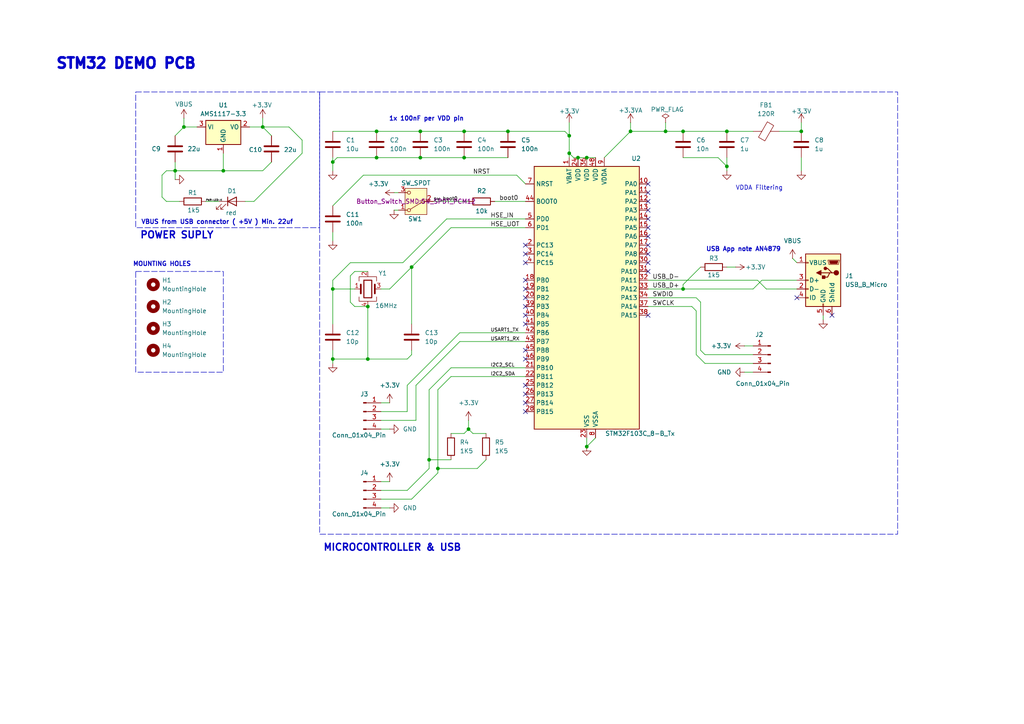
<source format=kicad_sch>
(kicad_sch (version 20250114) (generator "eeschema") (generator_version "9.99")
  (paper "A4")
  (title_block (title "STM32 Bemo PCB Schema") (date "2025-07-24") (rev "0.1") (company "AtlasE.G") (comment 1 "Done fully with tutorial"))
  (lib_symbols
    (symbol "Connector:Conn_01x04_Pin" (pin_names (offset 1.016) (hide yes))
      (property "Reference" "J" (at 0 5.08 0))
      (property "Value" "Conn_01x04_Pin" (at 0 -7.62 0))
      (symbol "Conn_01x04_Pin_1_1"
        (rectangle (start 0.8636 2.667) (end 0 2.413) (stroke (width 0.1524)) (fill (type outline)))
        (rectangle (start 0.8636 0.127) (end 0 -0.127) (stroke (width 0.1524)) (fill (type outline)))
        (rectangle (start 0.8636 -2.413) (end 0 -2.667) (stroke (width 0.1524)) (fill (type outline)))
        (rectangle (start 0.8636 -4.953) (end 0 -5.207) (stroke (width 0.1524)) (fill (type outline)))
        (polyline (pts (xy 1.27 2.54) (xy 0.8636 2.54)) (stroke (width 0.1524)))
        (polyline (pts (xy 1.27 0) (xy 0.8636 0)) (stroke (width 0.1524)))
        (polyline (pts (xy 1.27 -2.54) (xy 0.8636 -2.54)) (stroke (width 0.1524)))
        (polyline (pts (xy 1.27 -5.08) (xy 0.8636 -5.08)) (stroke (width 0.1524)))
        (pin passive line (at 5.08 2.54 180) (length 3.81) (name "Pin_1") (number "1"))
        (pin passive line (at 5.08 0 180) (length 3.81) (name "Pin_2") (number "2"))
        (pin passive line (at 5.08 -2.54 180) (length 3.81) (name "Pin_3") (number "3"))
        (pin passive line (at 5.08 -5.08 180) (length 3.81) (name "Pin_4") (number "4"))
      )
    )
    (symbol "Connector:USB_B_Micro" (pin_names (offset 1.016))
      (property "Reference" "J" (at -5.08 11.43 0))
      (property "Value" "USB_B_Micro" (at -5.08 8.89 0))
      (symbol "USB_B_Micro_0_1"
        (rectangle (start -5.08 -7.62) (end 5.08 7.62) (stroke (width 0.254)) (fill (type background)))
        (polyline (pts (xy -4.699 5.842) (xy -4.699 5.588) (xy -4.445 4.826) (xy -4.445 4.572) (xy -1.651 4.572) (xy -1.651 4.826) (xy -1.397 5.588) (xy -1.397 5.842) (xy -4.699 5.842)))
        (polyline (pts (xy -4.318 5.588) (xy -1.778 5.588) (xy -2.032 4.826) (xy -4.064 4.826) (xy -4.318 5.588)) (fill (type outline)))
        (circle (center -3.81 2.159) (radius 0.635) (stroke (width 0.254)) (fill (type outline)))
        (polyline (pts (xy -3.175 2.159) (xy -2.54 2.159) (xy -1.27 3.429) (xy -0.635 3.429)) (stroke (width 0.254)))
        (polyline (pts (xy -2.54 2.159) (xy -1.905 2.159) (xy -1.27 0.889) (xy 0 0.889)) (stroke (width 0.254)))
        (polyline (pts (xy -1.905 2.159) (xy 0.635 2.159)) (stroke (width 0.254)))
        (circle (center -0.635 3.429) (radius 0.381) (stroke (width 0.254)) (fill (type outline)))
        (rectangle (start -0.127 -7.62) (end 0.127 -6.858))
        (rectangle (start 0.254 1.27) (end -0.508 0.508) (stroke (width 0.254)) (fill (type outline)))
        (polyline (pts (xy 0.635 2.794) (xy 0.635 1.524) (xy 1.905 2.159) (xy 0.635 2.794)) (stroke (width 0.254)) (fill (type outline)))
        (rectangle (start 5.08 4.953) (end 4.318 5.207))
        (rectangle (start 5.08 -0.127) (end 4.318 0.127))
        (rectangle (start 5.08 -2.667) (end 4.318 -2.413))
        (rectangle (start 5.08 -5.207) (end 4.318 -4.953))
      )
      (symbol "USB_B_Micro_1_1"
        (pin passive line (at -2.54 -10.16 90) (length 2.54) (name "Shield") (number "6"))
        (pin power_out line (at 0 -10.16 90) (length 2.54) (name "GND") (number "5"))
        (pin power_out line (at 7.62 5.08 180) (length 2.54) (name "VBUS") (number "1"))
        (pin bidirectional line (at 7.62 0 180) (length 2.54) (name "D+") (number "3"))
        (pin bidirectional line (at 7.62 -2.54 180) (length 2.54) (name "D-") (number "2"))
        (pin passive line (at 7.62 -5.08 180) (length 2.54) (name "ID") (number "4"))
      )
    )
    (symbol "Device:C" (pin_numbers (hide yes)) (pin_names (offset 0.254))
      (property "Reference" "C" (at 0.635 2.54 0))
      (property "Value" "C" (at 0.635 -2.54 0))
      (symbol "C_0_1"
        (polyline (pts (xy -2.032 0.762) (xy 2.032 0.762)) (stroke (width 0.508)))
        (polyline (pts (xy -2.032 -0.762) (xy 2.032 -0.762)) (stroke (width 0.508)))
      )
      (symbol "C_1_1"
        (pin passive line (at 0 3.81 270) (length 2.794) (name "~") (number "1"))
        (pin passive line (at 0 -3.81 90) (length 2.794) (name "~") (number "2"))
      )
    )
    (symbol "Device:Crystal_GND24" (pin_names (offset 1.016) (hide yes))
      (property "Reference" "Y" (at 3.175 5.08 0))
      (property "Value" "Crystal_GND24" (at 3.175 3.175 0))
      (symbol "Crystal_GND24_0_1"
        (polyline (pts (xy -2.54 2.286) (xy -2.54 3.556) (xy 2.54 3.556) (xy 2.54 2.286)))
        (polyline (pts (xy -2.54 0) (xy -2.032 0)))
        (polyline (pts (xy -2.54 -2.286) (xy -2.54 -3.556) (xy 2.54 -3.556) (xy 2.54 -2.286)))
        (polyline (pts (xy -2.032 -1.27) (xy -2.032 1.27)) (stroke (width 0.508)))
        (rectangle (start -1.143 2.54) (end 1.143 -2.54) (stroke (width 0.3048)))
        (polyline (pts (xy 0 3.556) (xy 0 3.81)))
        (polyline (pts (xy 0 -3.81) (xy 0 -3.556)))
        (polyline (pts (xy 2.032 0) (xy 2.54 0)))
        (polyline (pts (xy 2.032 -1.27) (xy 2.032 1.27)) (stroke (width 0.508)))
      )
      (symbol "Crystal_GND24_1_1"
        (pin passive line (at -3.81 0 0) (length 1.27) (name "1") (number "1"))
        (pin passive line (at 0 5.08 270) (length 1.27) (name "2") (number "2"))
        (pin passive line (at 0 -5.08 90) (length 1.27) (name "4") (number "4"))
        (pin passive line (at 3.81 0 180) (length 1.27) (name "3") (number "3"))
      )
    )
    (symbol "Device:FerriteBead" (pin_numbers (hide yes)) (pin_names (offset 0))
      (property "Reference" "FB" (at -3.81 0.635 90))
      (property "Value" "FerriteBead" (at 3.81 0 90))
      (symbol "FerriteBead_0_1"
        (polyline (pts (xy -2.7686 0.4064) (xy -1.7018 2.2606) (xy 2.7686 -0.3048) (xy 1.6764 -2.159) (xy -2.7686 0.4064)))
        (polyline (pts (xy 0 1.27) (xy 0 1.2954)))
        (polyline (pts (xy 0 -1.27) (xy 0 -1.2192)))
      )
      (symbol "FerriteBead_1_1"
        (pin passive line (at 0 3.81 270) (length 2.54) (name "~") (number "1"))
        (pin passive line (at 0 -3.81 90) (length 2.54) (name "~") (number "2"))
      )
    )
    (symbol "Device:LED" (pin_numbers (hide yes)) (pin_names (offset 1.016) (hide yes))
      (property "Reference" "D" (at 0 2.54 0))
      (property "Value" "LED" (at 0 -2.54 0))
      (symbol "LED_0_1"
        (polyline (pts (xy -3.048 -0.762) (xy -4.572 -2.286) (xy -3.81 -2.286) (xy -4.572 -2.286) (xy -4.572 -1.524)))
        (polyline (pts (xy -1.778 -0.762) (xy -3.302 -2.286) (xy -2.54 -2.286) (xy -3.302 -2.286) (xy -3.302 -1.524)))
        (polyline (pts (xy -1.27 0) (xy 1.27 0)))
        (polyline (pts (xy -1.27 -1.27) (xy -1.27 1.27)) (stroke (width 0.254)))
        (polyline (pts (xy 1.27 -1.27) (xy 1.27 1.27) (xy -1.27 0) (xy 1.27 -1.27)) (stroke (width 0.254)))
      )
      (symbol "LED_1_1"
        (pin passive line (at -3.81 0 0) (length 2.54) (name "K") (number "1"))
        (pin passive line (at 3.81 0 180) (length 2.54) (name "A") (number "2"))
      )
    )
    (symbol "Device:R" (pin_numbers (hide yes)) (pin_names (offset 0))
      (property "Reference" "R" (at 2.032 0 90))
      (property "Value" "R" (at 0 0 90))
      (symbol "R_0_1"
        (rectangle (start -1.016 -2.54) (end 1.016 2.54) (stroke (width 0.254)))
      )
      (symbol "R_1_1"
        (pin passive line (at 0 3.81 270) (length 1.27) (name "~") (number "1"))
        (pin passive line (at 0 -3.81 90) (length 1.27) (name "~") (number "2"))
      )
    )
    (symbol "MCU_ST_STM32F1:STM32F103C_8-B_Tx"
      (property "Reference" "U" (at -15.24 39.37 0))
      (property "Value" "STM32F103C_8-B_Tx" (at 7.62 39.37 0))
      (symbol "STM32F103C_8-B_Tx_0_1"
        (rectangle (start -15.24 -38.1) (end 15.24 38.1) (stroke (width 0.254)) (fill (type background)))
      )
      (symbol "STM32F103C_8-B_Tx_1_1"
        (pin input line (at -17.78 33.02 0) (length 2.54) (name "NRST") (number "7"))
        (pin input line (at -17.78 27.94 0) (length 2.54) (name "BOOT0") (number "44"))
        (pin bidirectional line (at -17.78 22.86 0) (length 2.54) (name "PD0") (number "5"))
        (pin bidirectional line (at -17.78 20.32 0) (length 2.54) (name "PD1") (number "6"))
        (pin bidirectional line (at -17.78 15.24 0) (length 2.54) (name "PC13") (number "2"))
        (pin bidirectional line (at -17.78 12.7 0) (length 2.54) (name "PC14") (number "3"))
        (pin bidirectional line (at -17.78 10.16 0) (length 2.54) (name "PC15") (number "4"))
        (pin bidirectional line (at -17.78 5.08 0) (length 2.54) (name "PB0") (number "18"))
        (pin bidirectional line (at -17.78 2.54 0) (length 2.54) (name "PB1") (number "19"))
        (pin bidirectional line (at -17.78 0 0) (length 2.54) (name "PB2") (number "20"))
        (pin bidirectional line (at -17.78 -2.54 0) (length 2.54) (name "PB3") (number "39"))
        (pin bidirectional line (at -17.78 -5.08 0) (length 2.54) (name "PB4") (number "40"))
        (pin bidirectional line (at -17.78 -7.62 0) (length 2.54) (name "PB5") (number "41"))
        (pin bidirectional line (at -17.78 -10.16 0) (length 2.54) (name "PB6") (number "42"))
        (pin bidirectional line (at -17.78 -12.7 0) (length 2.54) (name "PB7") (number "43"))
        (pin bidirectional line (at -17.78 -15.24 0) (length 2.54) (name "PB8") (number "45"))
        (pin bidirectional line (at -17.78 -17.78 0) (length 2.54) (name "PB9") (number "46"))
        (pin bidirectional line (at -17.78 -20.32 0) (length 2.54) (name "PB10") (number "21"))
        (pin bidirectional line (at -17.78 -22.86 0) (length 2.54) (name "PB11") (number "22"))
        (pin bidirectional line (at -17.78 -25.4 0) (length 2.54) (name "PB12") (number "25"))
        (pin bidirectional line (at -17.78 -27.94 0) (length 2.54) (name "PB13") (number "26"))
        (pin bidirectional line (at -17.78 -30.48 0) (length 2.54) (name "PB14") (number "27"))
        (pin bidirectional line (at -17.78 -33.02 0) (length 2.54) (name "PB15") (number "28"))
        (pin power_in line (at -5.08 40.64 270) (length 2.54) (name "VBAT") (number "1"))
        (pin power_in line (at -2.54 40.64 270) (length 2.54) (name "VDD") (number "24"))
        (pin power_in line (at 0 40.64 270) (length 2.54) (name "VDD") (number "36"))
        (pin power_in line (at 0 -40.64 90) (length 2.54) (name "VSS") (number "23"))
        (pin passive line (at 0 -40.64 90) (length 2.54) (hide yes) (name "VSS") (number "35"))
        (pin passive line (at 0 -40.64 90) (length 2.54) (hide yes) (name "VSS") (number "47"))
        (pin power_in line (at 2.54 40.64 270) (length 2.54) (name "VDD") (number "48"))
        (pin power_in line (at 2.54 -40.64 90) (length 2.54) (name "VSSA") (number "8"))
        (pin power_in line (at 5.08 40.64 270) (length 2.54) (name "VDDA") (number "9"))
        (pin bidirectional line (at 17.78 33.02 180) (length 2.54) (name "PA0") (number "10"))
        (pin bidirectional line (at 17.78 30.48 180) (length 2.54) (name "PA1") (number "11"))
        (pin bidirectional line (at 17.78 27.94 180) (length 2.54) (name "PA2") (number "12"))
        (pin bidirectional line (at 17.78 25.4 180) (length 2.54) (name "PA3") (number "13"))
        (pin bidirectional line (at 17.78 22.86 180) (length 2.54) (name "PA4") (number "14"))
        (pin bidirectional line (at 17.78 20.32 180) (length 2.54) (name "PA5") (number "15"))
        (pin bidirectional line (at 17.78 17.78 180) (length 2.54) (name "PA6") (number "16"))
        (pin bidirectional line (at 17.78 15.24 180) (length 2.54) (name "PA7") (number "17"))
        (pin bidirectional line (at 17.78 12.7 180) (length 2.54) (name "PA8") (number "29"))
        (pin bidirectional line (at 17.78 10.16 180) (length 2.54) (name "PA9") (number "30"))
        (pin bidirectional line (at 17.78 7.62 180) (length 2.54) (name "PA10") (number "31"))
        (pin bidirectional line (at 17.78 5.08 180) (length 2.54) (name "PA11") (number "32"))
        (pin bidirectional line (at 17.78 2.54 180) (length 2.54) (name "PA12") (number "33"))
        (pin bidirectional line (at 17.78 0 180) (length 2.54) (name "PA13") (number "34"))
        (pin bidirectional line (at 17.78 -2.54 180) (length 2.54) (name "PA14") (number "37"))
        (pin bidirectional line (at 17.78 -5.08 180) (length 2.54) (name "PA15") (number "38"))
      )
    )
    (symbol "Mechanical:MountingHole" (pin_names (offset 1.016)) (in_bom no)
      (property "Reference" "H" (at 0 5.08 0))
      (property "Value" "MountingHole" (at 0 3.175 0))
      (symbol "MountingHole_0_1"
        (circle (center 0 0) (radius 1.27) (stroke (width 1.27)))
      )
    )
    (symbol "Regulator_Linear:AMS1117-3.3"
      (property "Reference" "U" (at -3.81 3.175 0))
      (property "Value" "AMS1117-3.3" (at 0 3.175 0))
      (symbol "AMS1117-3.3_0_1"
        (rectangle (start -5.08 -5.08) (end 5.08 1.905) (stroke (width 0.254)) (fill (type background)))
      )
      (symbol "AMS1117-3.3_1_1"
        (pin power_in line (at -7.62 0 0) (length 2.54) (name "VI") (number "3"))
        (pin power_in line (at 0 -7.62 90) (length 2.54) (name "GND") (number "1"))
        (pin power_out line (at 7.62 0 180) (length 2.54) (name "VO") (number "2"))
      )
    )
    (symbol "Switch:SW_SPDT" (pin_names (offset 0) (hide yes))
      (property "Reference" "SW" (at 0 5.08 0))
      (property "Value" "SW_SPDT" (at 0 -5.08 0))
      (symbol "SW_SPDT_0_1"
        (circle (center -2.032 0) (radius 0.4572))
        (polyline (pts (xy -1.651 0.254) (xy 1.651 2.286)))
        (circle (center 2.032 2.54) (radius 0.4572))
        (circle (center 2.032 -2.54) (radius 0.4572))
      )
      (symbol "SW_SPDT_1_1"
        (rectangle (start -3.175 3.81) (end 3.175 -3.81) (fill (type background)))
        (pin passive line (at -5.08 0 0) (length 2.54) (name "B") (number "2"))
        (pin passive line (at 5.08 2.54 180) (length 2.54) (name "A") (number "1"))
        (pin passive line (at 5.08 -2.54 180) (length 2.54) (name "C") (number "3"))
      )
    )
    (symbol "power:+3.3V" (power) (pin_numbers (hide yes)) (pin_names (offset 0) (hide yes))
      (property "Value" "+3.3V" (at 0 3.556 0))
      (symbol "+3.3V_0_1"
        (polyline (pts (xy -0.762 1.27) (xy 0 2.54)))
        (polyline (pts (xy 0 2.54) (xy 0.762 1.27)))
        (polyline (pts (xy 0 0) (xy 0 2.54)))
      )
      (symbol "+3.3V_1_1"
        (pin power_in line (at 0 0 90) (length 0) (name "~") (number "1"))
      )
    )
    (symbol "power:+3.3VA" (power) (pin_numbers (hide yes)) (pin_names (offset 0) (hide yes))
      (property "Value" "+3.3VA" (at 0 3.556 0))
      (symbol "+3.3VA_0_1"
        (polyline (pts (xy -0.762 1.27) (xy 0 2.54)))
        (polyline (pts (xy 0 2.54) (xy 0.762 1.27)))
        (polyline (pts (xy 0 0) (xy 0 2.54)))
      )
      (symbol "+3.3VA_1_1"
        (pin power_in line (at 0 0 90) (length 0) (name "~") (number "1"))
      )
    )
    (symbol "power:GND" (power) (pin_numbers (hide yes)) (pin_names (offset 0) (hide yes))
      (property "Value" "GND" (at 0 -3.81 0))
      (symbol "GND_0_1"
        (polyline (pts (xy 0 0) (xy 0 -1.27) (xy 1.27 -1.27) (xy 0 -2.54) (xy -1.27 -1.27) (xy 0 -1.27)))
      )
      (symbol "GND_1_1"
        (pin power_in line (at 0 0 270) (length 0) (name "~") (number "1"))
      )
    )
    (symbol "power:PWR_FLAG" (power) (pin_numbers (hide yes)) (pin_names (offset 0) (hide yes))
      (property "Value" "PWR_FLAG" (at 0 3.81 0))
      (symbol "PWR_FLAG_0_0"
        (pin power_out line (at 0 0 90) (length 0) (name "~") (number "1"))
      )
      (symbol "PWR_FLAG_0_1"
        (polyline (pts (xy 0 0) (xy 0 1.27) (xy -1.016 1.905) (xy 0 2.54) (xy 1.016 1.905) (xy 0 1.27)))
      )
    )
    (symbol "power:VBUS" (power) (pin_numbers (hide yes)) (pin_names (offset 0) (hide yes))
      (property "Value" "VBUS" (at 0 3.556 0))
      (symbol "VBUS_0_1"
        (polyline (pts (xy -0.762 1.27) (xy 0 2.54)))
        (polyline (pts (xy 0 2.54) (xy 0.762 1.27)))
        (polyline (pts (xy 0 0) (xy 0 2.54)))
      )
      (symbol "VBUS_1_1"
        (pin power_in line (at 0 0 90) (length 0) (name "~") (number "1"))
      )
    )
  )
  (rectangle (start 92.71 26.67) (end 260.35 154.94) (stroke (width 0) (type dash)))
  (rectangle (start 39.37 78.74) (end 64.77 107.95) (stroke (width 0) (type dash)))
  (rectangle (start 39.37 26.67) (end 92.71 66.04) (stroke (width 0) (type dash)))
  (text "1x 100nF per VDD pin\n" (at 123.698 34.544 0) (effects (font (size 1.27 1.27) (thickness 0.254) (bold yes))))
  (text "VDDA Filtering\n" (at 220.218 54.61 0) (effects (font (size 1.27 1.27) (thickness 0.1588))))
  (text "POWER SUPLY\n" (at 51.308 68.326 0) (effects (font (size 2 2) (thickness 0.4) (bold yes))))
  (text "STM32 DEMO PCB\n" (at 36.576 18.542 0) (effects (font (size 3 3) (thickness 1) (bold yes))))
  (text "MICROCONTROLLER & USB\n\n" (at 113.792 160.528 0) (effects (font (size 2 2) (thickness 0.4) (bold yes))))
  (text "USB App note AN4879" (at 215.646 72.39 0) (effects (font (size 1.27 1.27) (thickness 0.254) (bold yes))))
  (text "VBUS from USB connector ( +5V ) Min. 22uf\n" (at 62.992 64.516 0) (effects (font (size 1.27 1.27) (thickness 0.254) (bold yes))))
  (text "MOUNTING HOLES\n" (at 46.99 76.708 0) (effects (font (size 1.27 1.27) (thickness 0.254) (bold yes))))
  (junction (at 210.82 48.26))
  (junction (at 198.12 83.82))
  (junction (at 96.52 83.82))
  (junction (at 121.92 38.1))
  (junction (at 170.18 129.54))
  (junction (at 64.77 49.53))
  (junction (at 210.82 38.1))
  (junction (at 109.22 38.1))
  (junction (at 50.8 49.53))
  (junction (at 170.18 45.72))
  (junction (at 76.2 36.83))
  (junction (at 232.41 38.1))
  (junction (at 134.62 38.1))
  (junction (at 134.62 45.72))
  (junction (at 165.1 39.37))
  (junction (at 106.68 88.9))
  (junction (at 135.89 124.46))
  (junction (at 106.68 104.14))
  (junction (at 127 135.89))
  (junction (at 96.52 46.99))
  (junction (at 53.34 36.83))
  (junction (at 121.92 45.72))
  (junction (at 147.32 38.1))
  (junction (at 198.12 38.1))
  (junction (at 167.64 45.72))
  (junction (at 124.46 133.35))
  (junction (at 119.38 77.47))
  (junction (at 193.04 38.1))
  (junction (at 165.1 44.45))
  (junction (at 96.52 104.14))
  (junction (at 182.88 38.1))
  (junction (at 109.22 45.72))
  (no_connect (at 152.4 116.84))
  (no_connect (at 187.96 91.44))
  (no_connect (at 152.4 101.6))
  (no_connect (at 187.96 60.96))
  (no_connect (at 152.4 73.66))
  (no_connect (at 187.96 53.34))
  (no_connect (at 187.96 58.42))
  (no_connect (at 241.3 91.44))
  (no_connect (at 152.4 76.2))
  (no_connect (at 152.4 114.3))
  (no_connect (at 152.4 119.38))
  (no_connect (at 187.96 55.88))
  (no_connect (at 187.96 66.04))
  (no_connect (at 152.4 93.98))
  (no_connect (at 152.4 83.82))
  (no_connect (at 152.4 111.76))
  (no_connect (at 187.96 78.74))
  (no_connect (at 187.96 71.12))
  (no_connect (at 187.96 68.58))
  (no_connect (at 152.4 81.28))
  (no_connect (at 187.96 76.2))
  (no_connect (at 187.96 73.66))
  (no_connect (at 152.4 86.36))
  (no_connect (at 152.4 88.9))
  (no_connect (at 231.14 86.36))
  (no_connect (at 187.96 63.5))
  (no_connect (at 152.4 104.14))
  (no_connect (at 152.4 91.44))
  (no_connect (at 152.4 71.12))
  (wire (pts (xy 210.82 77.47) (xy 213.36 77.47)))
  (wire (pts (xy 135.89 121.92) (xy 135.89 124.46)))
  (wire (pts (xy 64.77 44.45) (xy 64.77 49.53)))
  (wire (pts (xy 96.52 83.82) (xy 96.52 93.98)))
  (wire (pts (xy 101.6 80.01) (xy 101.6 87.63)))
  (wire (pts (xy 50.8 49.53) (xy 64.77 49.53)))
  (wire (pts (xy 127 137.16) (xy 127 135.89)))
  (wire (pts (xy 165.1 35.56) (xy 165.1 39.37)))
  (wire (pts (xy 219.71 81.28) (xy 222.25 83.82)))
  (wire (pts (xy 119.38 77.47) (xy 130.81 66.04)))
  (wire (pts (xy 172.72 127) (xy 170.18 129.54)))
  (wire (pts (xy 201.93 86.36) (xy 203.2 87.63)))
  (wire (pts (xy 200.66 88.9) (xy 201.93 90.17)))
  (wire (pts (xy 110.49 121.92) (xy 120.65 121.92)))
  (wire (pts (xy 101.6 76.2) (xy 96.52 81.28)))
  (wire (pts (xy 198.12 38.1) (xy 210.82 38.1)))
  (wire (pts (xy 53.34 36.83) (xy 50.8 39.37)))
  (wire (pts (xy 129.54 63.5) (xy 152.4 63.5)))
  (wire (pts (xy 134.62 38.1) (xy 147.32 38.1)))
  (wire (pts (xy 147.32 45.72) (xy 134.62 45.72)))
  (wire (pts (xy 204.47 102.87) (xy 218.44 102.87)))
  (wire (pts (xy 53.34 34.29) (xy 53.34 36.83)))
  (wire (pts (xy 110.49 144.78) (xy 119.38 144.78)))
  (wire (pts (xy 110.49 124.46) (xy 113.03 124.46)))
  (wire (pts (xy 215.9 107.95) (xy 218.44 107.95)))
  (wire (pts (xy 119.38 101.6) (xy 119.38 102.87)))
  (wire (pts (xy 72.39 36.83) (xy 76.2 36.83)))
  (wire (pts (xy 101.6 87.63) (xy 102.87 88.9)))
  (wire (pts (xy 113.03 83.82) (xy 119.38 77.47)))
  (wire (pts (xy 210.82 45.72) (xy 210.82 48.26)))
  (wire (pts (xy 193.04 38.1) (xy 182.88 38.1)))
  (wire (pts (xy 96.52 45.72) (xy 96.52 46.99)))
  (wire (pts (xy 201.93 102.87) (xy 204.47 105.41)))
  (wire (pts (xy 137.16 125.73) (xy 135.89 124.46)))
  (wire (pts (xy 110.49 116.84) (xy 113.03 116.84)))
  (wire (pts (xy 87.63 40.64) (xy 83.82 36.83)))
  (wire (pts (xy 127 135.89) (xy 127 113.03)))
  (wire (pts (xy 119.38 102.87) (xy 118.11 104.14)))
  (wire (pts (xy 109.22 38.1) (xy 121.92 38.1)))
  (wire (pts (xy 114.3 55.88) (xy 115.57 55.88)))
  (wire (pts (xy 118.11 142.24) (xy 124.46 135.89)))
  (wire (pts (xy 163.83 38.1) (xy 165.1 39.37)))
  (wire (pts (xy 101.6 76.2) (xy 116.84 76.2)))
  (wire (pts (xy 140.97 125.73) (xy 137.16 125.73)))
  (wire (pts (xy 96.52 104.14) (xy 106.68 104.14)))
  (wire (pts (xy 226.06 38.1) (xy 232.41 38.1)))
  (wire (pts (xy 102.87 78.74) (xy 101.6 80.01)))
  (wire (pts (xy 106.68 88.9) (xy 106.68 104.14)))
  (wire (pts (xy 187.96 88.9) (xy 200.66 88.9)))
  (wire (pts (xy 124.46 113.03) (xy 130.81 106.68)))
  (wire (pts (xy 50.8 49.53) (xy 50.8 52.07)))
  (wire (pts (xy 106.68 78.74) (xy 102.87 78.74)))
  (wire (pts (xy 124.46 133.35) (xy 124.46 135.89)))
  (wire (pts (xy 170.18 45.72) (xy 167.64 45.72)))
  (wire (pts (xy 120.65 111.76) (xy 133.35 99.06)))
  (wire (pts (xy 110.49 83.82) (xy 113.03 83.82)))
  (wire (pts (xy 149.86 50.8) (xy 105.41 50.8)))
  (wire (pts (xy 127 113.03) (xy 130.81 109.22)))
  (wire (pts (xy 110.49 142.24) (xy 118.11 142.24)))
  (wire (pts (xy 203.2 87.63) (xy 203.2 101.6)))
  (wire (pts (xy 165.1 39.37) (xy 165.1 44.45)))
  (wire (pts (xy 96.52 101.6) (xy 96.52 104.14)))
  (wire (pts (xy 232.41 45.72) (xy 232.41 49.53)))
  (wire (pts (xy 198.12 38.1) (xy 193.04 38.1)))
  (wire (pts (xy 48.26 58.42) (xy 52.07 58.42)))
  (wire (pts (xy 96.52 104.14) (xy 96.52 105.41)))
  (wire (pts (xy 71.12 58.42) (xy 73.66 58.42)))
  (wire (pts (xy 121.92 38.1) (xy 134.62 38.1)))
  (wire (pts (xy 193.04 35.56) (xy 193.04 38.1)))
  (wire (pts (xy 96.52 81.28) (xy 96.52 83.82)))
  (wire (pts (xy 232.41 35.56) (xy 232.41 38.1)))
  (wire (pts (xy 201.93 90.17) (xy 201.93 102.87)))
  (wire (pts (xy 106.68 104.14) (xy 118.11 104.14)))
  (wire (pts (xy 105.41 50.8) (xy 96.52 59.69)))
  (wire (pts (xy 187.96 83.82) (xy 198.12 83.82)))
  (wire (pts (xy 167.64 45.72) (xy 166.37 45.72)))
  (wire (pts (xy 96.52 46.99) (xy 96.52 49.53)))
  (wire (pts (xy 143.51 58.42) (xy 152.4 58.42)))
  (wire (pts (xy 48.26 49.53) (xy 50.8 49.53)))
  (wire (pts (xy 187.96 86.36) (xy 201.93 86.36)))
  (wire (pts (xy 130.81 106.68) (xy 152.4 106.68)))
  (wire (pts (xy 59.69 58.42) (xy 63.5 58.42)))
  (wire (pts (xy 210.82 38.1) (xy 218.44 38.1)))
  (wire (pts (xy 220.98 81.28) (xy 231.14 81.28)))
  (wire (pts (xy 198.12 82.55) (xy 198.12 83.82)))
  (wire (pts (xy 124.46 133.35) (xy 130.81 133.35)))
  (wire (pts (xy 218.44 83.82) (xy 220.98 81.28)))
  (wire (pts (xy 215.9 100.33) (xy 218.44 100.33)))
  (wire (pts (xy 165.1 44.45) (xy 165.1 45.72)))
  (wire (pts (xy 130.81 66.04) (xy 152.4 66.04)))
  (wire (pts (xy 118.11 119.38) (xy 118.11 111.76)))
  (wire (pts (xy 238.76 91.44) (xy 238.76 92.71)))
  (wire (pts (xy 204.47 105.41) (xy 218.44 105.41)))
  (wire (pts (xy 110.49 147.32) (xy 113.03 147.32)))
  (wire (pts (xy 229.87 74.93) (xy 231.14 76.2)))
  (wire (pts (xy 46.99 50.8) (xy 48.26 49.53)))
  (wire (pts (xy 76.2 34.29) (xy 76.2 36.83)))
  (wire (pts (xy 222.25 83.82) (xy 231.14 83.82)))
  (wire (pts (xy 119.38 77.47) (xy 119.38 93.98)))
  (wire (pts (xy 50.8 46.99) (xy 50.8 49.53)))
  (wire (pts (xy 120.65 121.92) (xy 120.65 111.76)))
  (wire (pts (xy 170.18 127) (xy 170.18 129.54)))
  (wire (pts (xy 198.12 83.82) (xy 218.44 83.82)))
  (wire (pts (xy 203.2 77.47) (xy 198.12 82.55)))
  (wire (pts (xy 48.26 58.42) (xy 46.99 57.15)))
  (wire (pts (xy 110.49 139.7) (xy 113.03 139.7)))
  (wire (pts (xy 96.52 38.1) (xy 109.22 38.1)))
  (wire (pts (xy 208.28 45.72) (xy 210.82 48.26)))
  (wire (pts (xy 118.11 111.76) (xy 133.35 96.52)))
  (wire (pts (xy 187.96 81.28) (xy 219.71 81.28)))
  (wire (pts (xy 182.88 38.1) (xy 175.26 45.72)))
  (wire (pts (xy 102.87 88.9) (xy 106.68 88.9)))
  (wire (pts (xy 119.38 144.78) (xy 127 137.16)))
  (wire (pts (xy 133.35 99.06) (xy 152.4 99.06)))
  (wire (pts (xy 78.74 46.99) (xy 76.2 49.53)))
  (wire (pts (xy 57.15 36.83) (xy 53.34 36.83)))
  (wire (pts (xy 203.2 101.6) (xy 204.47 102.87)))
  (wire (pts (xy 64.77 49.53) (xy 76.2 49.53)))
  (wire (pts (xy 114.3 60.96) (xy 115.57 60.96)))
  (wire (pts (xy 87.63 40.64) (xy 87.63 44.45)))
  (wire (pts (xy 182.88 35.56) (xy 182.88 38.1)))
  (wire (pts (xy 166.37 45.72) (xy 165.1 44.45)))
  (wire (pts (xy 133.35 96.52) (xy 152.4 96.52)))
  (wire (pts (xy 149.86 50.8) (xy 152.4 53.34)))
  (wire (pts (xy 127 135.89) (xy 138.43 135.89)))
  (wire (pts (xy 125.73 58.42) (xy 135.89 58.42)))
  (wire (pts (xy 76.2 36.83) (xy 78.74 39.37)))
  (wire (pts (xy 73.66 58.42) (xy 87.63 44.45)))
  (wire (pts (xy 97.79 45.72) (xy 96.52 46.99)))
  (wire (pts (xy 124.46 113.03) (xy 124.46 133.35)))
  (wire (pts (xy 110.49 119.38) (xy 118.11 119.38)))
  (wire (pts (xy 210.82 48.26) (xy 210.82 49.53)))
  (wire (pts (xy 46.99 50.8) (xy 46.99 57.15)))
  (wire (pts (xy 198.12 45.72) (xy 208.28 45.72)))
  (wire (pts (xy 116.84 76.2) (xy 129.54 63.5)))
  (wire (pts (xy 172.72 45.72) (xy 170.18 45.72)))
  (wire (pts (xy 130.81 125.73) (xy 134.62 125.73)))
  (wire (pts (xy 140.97 133.35) (xy 138.43 135.89)))
  (wire (pts (xy 147.32 38.1) (xy 163.83 38.1)))
  (wire (pts (xy 130.81 109.22) (xy 152.4 109.22)))
  (wire (pts (xy 121.92 45.72) (xy 109.22 45.72)))
  (wire (pts (xy 76.2 36.83) (xy 83.82 36.83)))
  (wire (pts (xy 96.52 67.31) (xy 96.52 69.85)))
  (wire (pts (xy 109.22 45.72) (xy 97.79 45.72)))
  (wire (pts (xy 96.52 83.82) (xy 102.87 83.82)))
  (wire (pts (xy 134.62 45.72) (xy 121.92 45.72)))
  (wire (pts (xy 134.62 125.73) (xy 135.89 124.46)))
  (label "boot0" (at 144.78 58.42 0))
  (label "USB_D+" (at 189.23 83.82 0))
  (label "USB_D-" (at 189.23 81.28 0))
  (label "sw_boot0" (at 125.73 58.42 0) (effects (font (size 1 1))))
  (label "USART1_RX" (at 142.24 99.06 0) (effects (font (size 1 1))))
  (label "I2C2_SDA" (at 142.24 109.22 0) (effects (font (size 1 1))))
  (label "HSE_IN" (at 142.24 63.5 0))
  (label "SWDIO" (at 189.23 86.36 0))
  (label "HSE_UOT" (at 142.24 66.04 0))
  (label "PWR-LED-K" (at 59.69 58.42 0) (effects (font (size 0.5 0.5))))
  (label "I2C2_SCL" (at 142.24 106.68 0) (effects (font (size 1 1))))
  (label "SWCLK" (at 189.23 88.9 0))
  (label "NRST" (at 137.16 50.8 0))
  (label "USART1_TX" (at 142.24 96.52 0) (effects (font (size 1 1))))
  (symbol (lib_id "power:VBUS") (at 53.34 34.29 0) (unit 1)
    (property "Reference" "#PWR01" (hide yes))
    (property "Value" "VBUS" (at 53.34 30.226 0))
    (property "Description" "Power symbol creates a global label with name \"VBUS\"" (hide yes))
  )
  (symbol (lib_id "Mechanical:MountingHole") (at 44.45 95.25 0) (unit 1) (in_bom no)
    (property "Reference" "H3" (at 46.99 93.9799 0) (effects (justify left)))
    (property "Value" "MountingHole" (at 46.99 96.5199 0) (effects (justify left)))
    (property "Footprint" "MountingHole:MountingHole_2.2mm_M2" (hide yes))
    (property "Description" "Mounting Hole without connection" (hide yes))
  )
  (symbol (lib_id "Device:C") (at 134.62 41.91 0) (unit 1)
    (property "Reference" "C4" (at 138.43 40.6399 0) (effects (justify left)))
    (property "Value" "100n" (at 138.43 43.1799 0) (effects (justify left)))
    (property "Footprint" "Capacitor_SMD:C_0402_1005Metric" (hide yes))
    (property "Description" "Unpolarized capacitor" (hide yes))
  )
  (symbol (lib_id "power:GND") (at 96.52 105.41 0) (unit 1)
    (property "Reference" "#PWR017" (hide yes))
    (property "Value" "GND" (hide yes))
    (property "Description" "Power symbol creates a global label with name \"GND\" , ground" (hide yes))
  )
  (symbol (lib_id "power:+3.3V") (at 135.89 121.92 0) (unit 1)
    (property "Reference" "#PWR020" (hide yes))
    (property "Value" "+3.3V" (at 135.89 116.84 0))
    (property "Description" "Power symbol creates a global label with name \"+3.3V\"" (hide yes))
  )
  (symbol (lib_id "Device:Crystal_GND24") (at 106.68 83.82 0) (unit 1)
    (property "Reference" "Y1" (at 110.998 79.248 0))
    (property "Value" "16MHz" (at 112.014 88.646 0))
    (property "Footprint" "Crystal:Crystal_SMD_3225-4Pin_3.2x2.5mm" (hide yes))
    (property "Description" "Four pin crystal, GND on pins 2 and 4" (hide yes))
  )
  (symbol (lib_id "Device:R") (at 140.97 129.54 0) (unit 1)
    (property "Reference" "R5" (at 143.51 128.2699 0) (effects (justify left)))
    (property "Value" "1K5" (at 143.51 130.8099 0) (effects (justify left)))
    (property "Footprint" "Resistor_SMD:R_0402_1005Metric" (hide yes))
    (property "Description" "Resistor" (hide yes))
  )
  (symbol (lib_id "power:GND") (at 114.3 60.96 0) (unit 1)
    (property "Reference" "#PWR011" (hide yes))
    (property "Value" "GND" (hide yes))
    (property "Description" "Power symbol creates a global label with name \"GND\" , ground" (hide yes))
  )
  (symbol (lib_id "Device:R") (at 207.01 77.47 90) (unit 1)
    (property "Reference" "R3" (at 207.01 74.93 90))
    (property "Value" "1k5" (at 207.01 79.756 90))
    (property "Footprint" "Resistor_SMD:R_0402_1005Metric" (hide yes))
    (property "Description" "Resistor" (hide yes))
  )
  (symbol (lib_id "Device:FerriteBead") (at 222.25 38.1 90) (unit 1)
    (property "Reference" "FB1" (at 222.1992 30.48 90))
    (property "Value" "120R" (at 222.1992 33.02 90))
    (property "Footprint" "Inductor_SMD:L_0603_1608Metric" (hide yes))
    (property "Description" "Ferrite bead" (hide yes))
  )
  (symbol (lib_id "power:GND") (at 210.82 49.53 0) (unit 1)
    (property "Reference" "#PWR07" (hide yes))
    (property "Value" "GND" (hide yes))
    (property "Description" "Power symbol creates a global label with name \"GND\" , ground" (hide yes))
  )
  (symbol (lib_id "Device:C") (at 109.22 41.91 0) (unit 1)
    (property "Reference" "C2" (at 113.03 40.6399 0) (effects (justify left)))
    (property "Value" "100n" (at 113.03 43.1799 0) (effects (justify left)))
    (property "Footprint" "Capacitor_SMD:C_0402_1005Metric" (hide yes))
    (property "Description" "Unpolarized capacitor" (hide yes))
  )
  (symbol (lib_id "Device:C") (at 50.8 43.18 0) (unit 1)
    (property "Reference" "C9" (at 43.942 43.18 0) (effects (justify left)))
    (property "Value" "22u" (at 54.356 43.18 0) (effects (justify left)))
    (property "Footprint" "Capacitor_SMD:C_0805_2012Metric" (hide yes))
    (property "Description" "Unpolarized capacitor" (hide yes))
  )
  (symbol (lib_id "Mechanical:MountingHole") (at 44.45 88.9 0) (unit 1) (in_bom no)
    (property "Reference" "H2" (at 46.99 87.6299 0) (effects (justify left)))
    (property "Value" "MountingHole" (at 46.99 90.1699 0) (effects (justify left)))
    (property "Footprint" "MountingHole:MountingHole_2.2mm_M2" (hide yes))
    (property "Description" "Mounting Hole without connection" (hide yes))
  )
  (symbol (lib_id "power:+3.3V") (at 114.3 55.88 90) (unit 1)
    (property "Reference" "#PWR010" (hide yes))
    (property "Value" "+3.3V" (at 109.728 53.34 90))
    (property "Description" "Power symbol creates a global label with name \"+3.3V\"" (hide yes))
  )
  (symbol (lib_id "power:+3.3V") (at 215.9 100.33 90) (unit 1)
    (property "Reference" "#PWR016" (hide yes))
    (property "Value" "+3.3V" (at 212.09 100.3299 90) (effects (justify left)))
    (property "Description" "Power symbol creates a global label with name \"+3.3V\"" (hide yes))
  )
  (symbol (lib_id "power:+3.3V") (at 76.2 34.29 0) (unit 1)
    (property "Reference" "#PWR02" (hide yes))
    (property "Value" "+3.3V" (at 75.946 30.48 0))
    (property "Description" "Power symbol creates a global label with name \"+3.3V\"" (hide yes))
  )
  (symbol (lib_id "Mechanical:MountingHole") (at 44.45 82.55 0) (unit 1) (in_bom no)
    (property "Reference" "H1" (at 46.99 81.2799 0) (effects (justify left)))
    (property "Value" "MountingHole" (at 46.99 83.8199 0) (effects (justify left)))
    (property "Footprint" "MountingHole:MountingHole_2.2mm_M2" (hide yes))
    (property "Description" "Mounting Hole without connection" (hide yes))
  )
  (symbol (lib_id "power:GND") (at 215.9 107.95 270) (unit 1)
    (property "Reference" "#PWR018" (hide yes))
    (property "Value" "GND" (at 212.09 107.9499 90) (effects (justify right)))
    (property "Description" "Power symbol creates a global label with name \"GND\" , ground" (hide yes))
  )
  (symbol (lib_id "Connector:USB_B_Micro") (at 238.76 81.28 0) (mirror y) (unit 1)
    (property "Reference" "J1" (at 245.11 80.0099 0) (effects (justify right)))
    (property "Value" "USB_B_Micro" (at 245.11 82.5499 0) (effects (justify right)))
    (property "Footprint" "Connector_USB:USB_Micro-B_Wuerth_629105150521" (hide yes))
    (property "Description" "USB Micro Type B connector" (hide yes))
  )
  (symbol (lib_id "Device:R") (at 139.7 58.42 90) (unit 1)
    (property "Reference" "R2" (at 139.7 55.372 90))
    (property "Value" "10k" (at 139.7 61.214 90))
    (property "Footprint" "Resistor_SMD:R_0402_1005Metric" (hide yes))
    (property "Description" "Resistor" (hide yes))
  )
  (symbol (lib_id "Device:C") (at 78.74 43.18 0) (unit 1)
    (property "Reference" "C10" (at 72.136 43.434 0) (effects (justify left)))
    (property "Value" "22u" (at 82.296 43.434 0) (effects (justify left)))
    (property "Footprint" "Capacitor_SMD:C_0805_2012Metric" (hide yes))
    (property "Description" "Unpolarized capacitor" (hide yes))
  )
  (symbol (lib_id "power:+3.3V") (at 165.1 35.56 0) (unit 1)
    (property "Reference" "#PWR03" (hide yes))
    (property "Value" "+3.3V" (at 165.1 32.258 0))
    (property "Description" "Power symbol creates a global label with name \"+3.3V\"" (hide yes))
  )
  (symbol (lib_id "power:GND") (at 96.52 49.53 0) (unit 1)
    (property "Reference" "#PWR06" (hide yes))
    (property "Value" "GND" (hide yes))
    (property "Description" "Power symbol creates a global label with name \"GND\" , ground" (hide yes))
  )
  (symbol (lib_id "Device:C") (at 96.52 63.5 0) (unit 1)
    (property "Reference" "C11" (at 100.33 62.2299 0) (effects (justify left)))
    (property "Value" "100n" (at 100.33 64.7699 0) (effects (justify left)))
    (property "Footprint" "Capacitor_SMD:C_0402_1005Metric" (hide yes))
    (property "Description" "Unpolarized capacitor" (hide yes))
  )
  (symbol (lib_id "Connector:Conn_01x04_Pin") (at 105.41 142.24 0) (unit 1)
    (property "Reference" "J4" (at 105.664 137.16 0))
    (property "Value" "Conn_01x04_Pin" (at 104.14 149.098 0))
    (property "Footprint" "Connector_PinHeader_2.54mm:PinHeader_1x04_P2.54mm_Vertical" (hide yes))
    (property "Description" "Generic connector, single row, 01x04, script generated" (hide yes))
  )
  (symbol (lib_id "Switch:SW_SPDT") (at 120.65 58.42 180) (unit 1)
    (property "Reference" "SW1" (at 120.396 63.5 0))
    (property "Value" "SW_SPDT" (at 120.65 53.086 0))
    (property "Footprint" "Button_Switch_SMD:SW_SPDT_PCM12" (at 120.65 58.42 0))
    (property "Description" "Switch, single pole double throw" (hide yes))
  )
  (symbol (lib_id "power:+3.3V") (at 232.41 35.56 0) (unit 1)
    (property "Reference" "#PWR05" (hide yes))
    (property "Value" "+3.3V" (at 232.41 32.258 0))
    (property "Description" "Power symbol creates a global label with name \"+3.3V\"" (hide yes))
  )
  (symbol (lib_id "power:GND") (at 170.18 129.54 0) (unit 1)
    (property "Reference" "#PWR022" (hide yes))
    (property "Value" "GND" (hide yes))
    (property "Description" "Power symbol creates a global label with name \"GND\" , ground" (hide yes))
  )
  (symbol (lib_id "power:GND") (at 113.03 147.32 90) (unit 1)
    (property "Reference" "#PWR024" (hide yes))
    (property "Value" "GND" (at 116.84 147.3199 90) (effects (justify right)))
    (property "Description" "Power symbol creates a global label with name \"GND\" , ground" (hide yes))
  )
  (symbol (lib_id "Device:C") (at 210.82 41.91 0) (unit 1)
    (property "Reference" "C7" (at 214.63 40.6399 0) (effects (justify left)))
    (property "Value" "1u" (at 214.63 43.1799 0) (effects (justify left)))
    (property "Footprint" "Capacitor_SMD:C_0402_1005Metric" (hide yes))
    (property "Description" "Unpolarized capacitor" (hide yes))
  )
  (symbol (lib_id "Mechanical:MountingHole") (at 44.45 101.6 0) (unit 1) (in_bom no)
    (property "Reference" "H4" (at 46.99 100.3299 0) (effects (justify left)))
    (property "Value" "MountingHole" (at 46.99 102.8699 0) (effects (justify left)))
    (property "Footprint" "MountingHole:MountingHole_2.2mm_M2" (hide yes))
    (property "Description" "Mounting Hole without connection" (hide yes))
  )
  (symbol (lib_id "Connector:Conn_01x04_Pin") (at 105.41 119.38 0) (unit 1)
    (property "Reference" "J3" (at 105.664 114.3 0))
    (property "Value" "Conn_01x04_Pin" (at 104.14 126.238 0))
    (property "Footprint" "Connector_PinHeader_2.54mm:PinHeader_1x04_P2.54mm_Vertical" (hide yes))
    (property "Description" "Generic connector, single row, 01x04, script generated" (hide yes))
  )
  (symbol (lib_id "Regulator_Linear:AMS1117-3.3") (at 64.77 36.83 0) (unit 1)
    (property "Reference" "U1" (at 64.77 30.48 0))
    (property "Value" "AMS1117-3.3" (at 64.77 33.02 0))
    (property "Footprint" "Package_TO_SOT_SMD:SOT-223-3_TabPin2" (hide yes))
    (property "Datasheet" "http://www.advanced-monolithic.com/pdf/ds1117.pdf" (hide yes))
    (property "Description" "1A Low Dropout regulator, positive, 3.3V fixed output, SOT-223" (hide yes))
  )
  (symbol (lib_id "Device:C") (at 121.92 41.91 0) (unit 1)
    (property "Reference" "C3" (at 125.73 40.6399 0) (effects (justify left)))
    (property "Value" "100n" (at 125.73 43.1799 0) (effects (justify left)))
    (property "Footprint" "Capacitor_SMD:C_0402_1005Metric" (hide yes))
    (property "Description" "Unpolarized capacitor" (hide yes))
  )
  (symbol (lib_id "Device:C") (at 232.41 41.91 0) (unit 1)
    (property "Reference" "C8" (at 236.22 40.6399 0) (effects (justify left)))
    (property "Value" "1u" (at 236.22 43.1799 0) (effects (justify left)))
    (property "Footprint" "Capacitor_SMD:C_0402_1005Metric" (hide yes))
    (property "Description" "Unpolarized capacitor" (hide yes))
  )
  (symbol (lib_id "Device:C") (at 96.52 41.91 0) (unit 1)
    (property "Reference" "C1" (at 100.33 40.6399 0) (effects (justify left)))
    (property "Value" "10u" (at 100.33 43.1799 0) (effects (justify left)))
    (property "Footprint" "Capacitor_SMD:C_0603_1608Metric" (hide yes))
    (property "Description" "Unpolarized capacitor" (hide yes))
  )
  (symbol (lib_id "power:+3.3V") (at 213.36 77.47 270) (unit 1)
    (property "Reference" "#PWR014" (hide yes))
    (property "Value" "+3.3V" (at 216.154 77.47 90) (effects (justify left)))
    (property "Description" "Power symbol creates a global label with name \"+3.3V\"" (hide yes))
  )
  (symbol (lib_id "MCU_ST_STM32F1:STM32F103C_8-B_Tx") (at 170.18 86.36 0) (unit 1)
    (property "Reference" "U2" (at 183.134 45.974 0) (effects (justify left)))
    (property "Value" "STM32F103C_8-B_Tx" (at 175.514 125.73 0) (effects (justify left)))
    (property "Footprint" "Package_QFP:LQFP-48_7x7mm_P0.5mm" (hide yes))
    (property "Datasheet" "https://www.st.com/resource/en/datasheet/stm32f103c8.pdf" (hide yes))
    (property "Description" "STMicroelectronics Arm Cortex-M3 MCU, 64-128KB flash, 20KB RAM, 72 MHz, 2.0-3.6V, 37 GPIO, LQFP48" (hide yes))
  )
  (symbol (lib_id "power:+3.3V") (at 113.03 139.7 0) (unit 1)
    (property "Reference" "#PWR023" (hide yes))
    (property "Value" "+3.3V" (at 113.03 134.62 0))
    (property "Description" "Power symbol creates a global label with name \"+3.3V\"" (hide yes))
  )
  (symbol (lib_id "Device:C") (at 147.32 41.91 0) (unit 1)
    (property "Reference" "C5" (at 151.13 40.6399 0) (effects (justify left)))
    (property "Value" "100n" (at 151.13 43.1799 0) (effects (justify left)))
    (property "Footprint" "Capacitor_SMD:C_0402_1005Metric" (hide yes))
    (property "Description" "Unpolarized capacitor" (hide yes))
  )
  (symbol (lib_id "power:GND") (at 113.03 124.46 90) (unit 1)
    (property "Reference" "#PWR021" (hide yes))
    (property "Value" "GND" (at 116.84 124.4599 90) (effects (justify right)))
    (property "Description" "Power symbol creates a global label with name \"GND\" , ground" (hide yes))
  )
  (symbol (lib_id "Connector:Conn_01x04_Pin") (at 223.52 102.87 0) (mirror y) (unit 1)
    (property "Reference" "J2" (at 220.218 97.028 0))
    (property "Value" "Conn_01x04_Pin" (at 221.234 111.252 0))
    (property "Footprint" "Connector_PinHeader_2.54mm:PinHeader_1x04_P2.54mm_Vertical" (hide yes))
    (property "Description" "Generic connector, single row, 01x04, script generated" (hide yes))
  )
  (symbol (lib_id "Device:C") (at 198.12 41.91 0) (unit 1)
    (property "Reference" "C6" (at 201.93 40.6399 0) (effects (justify left)))
    (property "Value" "10n" (at 201.93 43.1799 0) (effects (justify left)))
    (property "Footprint" "Capacitor_SMD:C_0402_1005Metric" (hide yes))
    (property "Description" "Unpolarized capacitor" (hide yes))
  )
  (symbol (lib_id "power:VBUS") (at 229.87 74.93 0) (unit 1)
    (property "Reference" "#PWR013" (hide yes))
    (property "Value" "VBUS" (at 229.87 69.85 0))
    (property "Description" "Power symbol creates a global label with name \"VBUS\"" (hide yes))
  )
  (symbol (lib_id "power:GND") (at 96.52 69.85 0) (unit 1)
    (property "Reference" "#PWR012" (hide yes))
    (property "Value" "GND" (hide yes))
    (property "Description" "Power symbol creates a global label with name \"GND\" , ground" (hide yes))
  )
  (symbol (lib_id "power:PWR_FLAG") (at 193.04 35.56 0) (unit 1)
    (property "Reference" "#FLG01" (hide yes))
    (property "Value" "PWR_FLAG" (at 193.548 31.75 0))
    (property "Description" "Special symbol for telling ERC where power comes from" (hide yes))
  )
  (symbol (lib_id "Device:LED") (at 67.31 58.42 0) (unit 1)
    (property "Reference" "D1" (at 67.31 55.372 0))
    (property "Value" "red" (at 67.056 61.722 0))
    (property "Footprint" "LED_SMD:LED_0603_1608Metric" (hide yes))
    (property "Description" "Light emitting diode" (hide yes))
    (property "Sim.Pins" "1=K 2=A" (hide yes))
  )
  (symbol (lib_id "Device:C") (at 96.52 97.79 0) (unit 1)
    (property "Reference" "C12" (at 100.33 96.5199 0) (effects (justify left)))
    (property "Value" "10p" (at 100.33 99.0599 0) (effects (justify left)))
    (property "Footprint" "Capacitor_SMD:C_0402_1005Metric" (hide yes))
    (property "Description" "Unpolarized capacitor" (hide yes))
  )
  (symbol (lib_id "power:GND") (at 232.41 49.53 0) (unit 1)
    (property "Reference" "#PWR08" (hide yes))
    (property "Value" "GND" (hide yes))
    (property "Description" "Power symbol creates a global label with name \"GND\" , ground" (hide yes))
  )
  (symbol (lib_id "power:+3.3V") (at 113.03 116.84 0) (unit 1)
    (property "Reference" "#PWR019" (hide yes))
    (property "Value" "+3.3V" (at 113.03 111.76 0))
    (property "Description" "Power symbol creates a global label with name \"+3.3V\"" (hide yes))
  )
  (symbol (lib_id "power:GND") (at 50.8 52.07 90) (unit 1)
    (property "Reference" "#PWR09" (hide yes))
    (property "Value" "GND" (hide yes))
    (property "Description" "Power symbol creates a global label with name \"GND\" , ground" (hide yes))
  )
  (symbol (lib_id "Device:C") (at 119.38 97.79 0) (unit 1)
    (property "Reference" "C13" (at 123.19 96.5199 0) (effects (justify left)))
    (property "Value" "10p" (at 123.19 99.0599 0) (effects (justify left)))
    (property "Footprint" "Capacitor_SMD:C_0402_1005Metric" (hide yes))
    (property "Description" "Unpolarized capacitor" (hide yes))
  )
  (symbol (lib_id "Device:R") (at 55.88 58.42 90) (unit 1)
    (property "Reference" "R1" (at 55.88 55.88 90))
    (property "Value" "1k5" (at 56.134 60.96 90))
    (property "Footprint" "Resistor_SMD:R_0402_1005Metric" (hide yes))
    (property "Description" "Resistor" (hide yes))
  )
  (symbol (lib_id "power:+3.3VA") (at 182.88 35.56 0) (unit 1)
    (property "Reference" "#PWR04" (hide yes))
    (property "Value" "+3.3VA" (at 182.88 32.004 0))
    (property "Description" "Power symbol creates a global label with name \"+3.3VA\"" (hide yes))
  )
  (symbol (lib_id "power:GND") (at 238.76 92.71 0) (unit 1)
    (property "Reference" "#PWR015" (hide yes))
    (property "Value" "GND" (hide yes))
    (property "Description" "Power symbol creates a global label with name \"GND\" , ground" (hide yes))
  )
  (symbol (lib_id "Device:R") (at 130.81 129.54 0) (unit 1)
    (property "Reference" "R4" (at 133.35 128.2699 0) (effects (justify left)))
    (property "Value" "1K5" (at 133.35 130.8099 0) (effects (justify left)))
    (property "Footprint" "Resistor_SMD:R_0402_1005Metric" (hide yes))
    (property "Description" "Resistor" (hide yes))
  )
)
</source>
